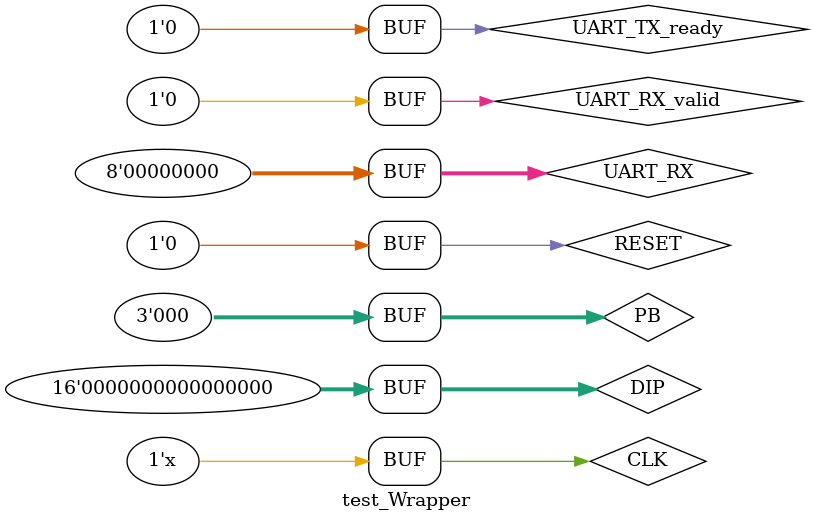
<source format=v>
`timescale 1ns / 1ps
/*
----------------------------------------------------------------------------------
--	(c) Rajesh Panicker
--	License terms :
--	You are free to use this code as long as you
--		(i) DO NOT post it on any public repository;
--		(ii) use it only for educational purposes;
--		(iii) accept the responsibility to ensure that your implementation does not violate any intellectual property of ARM Holdings or other entities.
--		(iv) accept that the program is provided "as is" without warranty of any kind or assurance regarding its suitability for any particular purpose;
--		(v) send an email to rajesh.panicker@ieee.org briefly mentioning its use (except when used for the course CG3207 at the National University of Singapore);
--		(vi) retain this notice in this file or any files derived from this.
----------------------------------------------------------------------------------
*/
module test_Wrapper #(
	   parameter N_LEDs_OUT	= 8,					
	   parameter N_DIPs		= 16,
	   parameter N_PBs		= 3 
	)
	(
	);
	
	// Signals for the Unit Under Test (UUT)
	reg  [N_DIPs-1:0] DIP = 0;		
	reg  [N_PBs-1:0] PB = 0;			
	wire [N_LEDs_OUT-1:0] LED_OUT;
	wire [6:0] LED_PC;			
	wire [31:0] SEVENSEGHEX;	
	wire [7:0] UART_TX;
	reg  UART_TX_ready = 0;
	wire UART_TX_valid;
	reg  [7:0] UART_RX = 0;
	reg  UART_RX_valid = 0;
	wire UART_RX_ack;
	wire OLED_Write;
	wire [6:0] OLED_Col;
	wire [5:0] OLED_Row;
	wire [23:0] OLED_Data;
	reg [31:0] ACCEL_Data;
	wire ACCEL_DReady;			
	reg  RESET = 0;	
	reg  CLK = 0;				
	
	// Instantiate UUT
    Wrapper dut(DIP, PB, LED_OUT, LED_PC, SEVENSEGHEX, UART_TX, UART_TX_ready, UART_TX_valid, UART_RX, UART_RX_valid, UART_RX_ack, OLED_Write, OLED_Col, OLED_Row, OLED_Data, ACCEL_Data, ACCEL_DReady, RESET, CLK) ;

	
	// Note: This testbench is for the Hello World program. Other assembly programs require appropriate modifications.
	// Run for about 6 us. Set UART_TX radix to ASCII to see the printed messages.
	// STIMULI
    initial
    begin
	RESET = 1; #10; RESET = 0; //hold reset state for 10 ns.

        DIP = 16'hFFFF; // Set all DIP switches to ON
        #120;
        DIP = 16'hAAAA; // Set all DIP switches to alternate on-off pattern
        #150;
        DIP = 16'h5555; // Set all DIP switches to flipped alternate on-off pattern
        #150;
        DIP = 16'h0000; // Set all DIP switches to OFF
		#150;
		//insert rest of the stimuli here
    end
	
	// GENERATE CLOCK       
    always          
    begin
       #5 CLK = ~CLK ; // invert clk every 5 time units 
    end
    
endmodule

</source>
